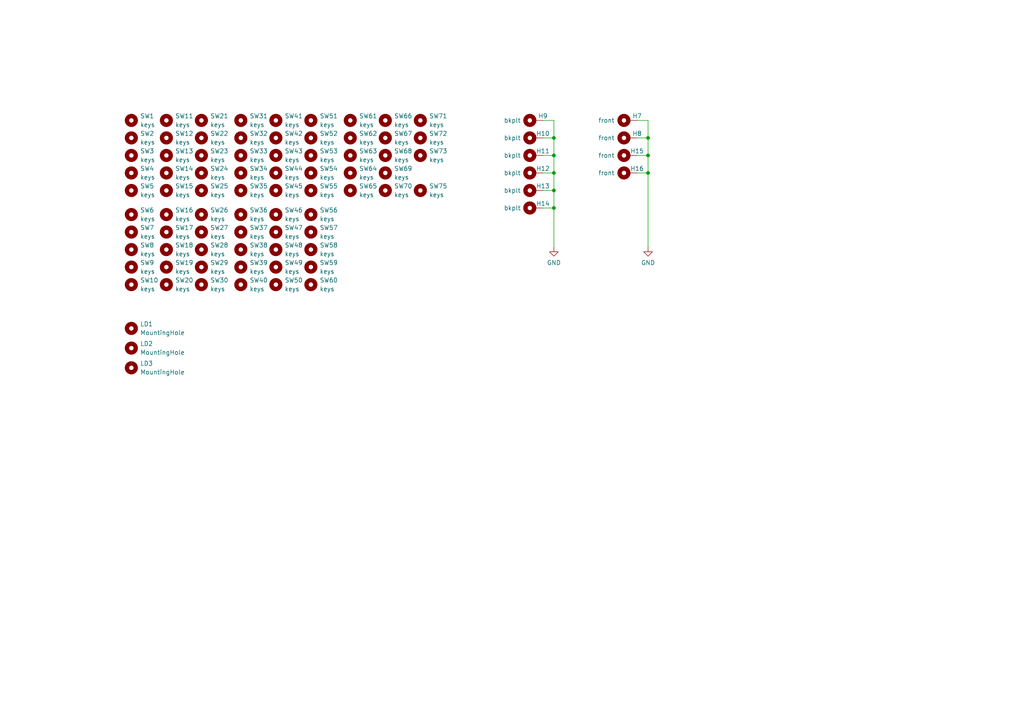
<source format=kicad_sch>
(kicad_sch (version 20211123) (generator eeschema)
  (paper "A4")
  (lib_symbols
    (symbol "Mechanical:MountingHole" (pin_names (offset 1.016))
      (property "Reference" "H" (at 0 5.08 0))
      (property "Value" "MountingHole" (at 0 3.175 0))
      (symbol "MountingHole_0_1"
        (circle (center 0 0) (radius 1.27) (stroke (width 1.27)))
      )
    )
    (symbol "Mechanical:MountingHole_Pad" (pin_numbers hide) (pin_names (offset 1.016) hide)
      (property "Reference" "H" (at 0 6.35 0))
      (property "Value" "MountingHole_Pad" (at 0 4.445 0))
      (symbol "MountingHole_Pad_0_1"
        (circle (center 0 1.27) (radius 1.27) (stroke (width 1.27)))
      )
      (symbol "MountingHole_Pad_1_1"
        (pin input line (at 0 -2.54 90) (length 2.54) (name "1") (number "1"))
      )
    )
    (symbol "power:GND" (power) (pin_names (offset 0))
      (property "Value" "GND" (at 0 -3.81 0))
      (symbol "GND_0_1"
        (polyline (pts (xy 0 0) (xy 0 -1.27) (xy 1.27 -1.27) (xy 0 -2.54) (xy -1.27 -1.27) (xy 0 -1.27)))
      )
      (symbol "GND_1_1"
        (pin power_in line (at 0 0 270) (length 0) hide (name "GND") (number "1"))
      )
    )
  )
  (junction (at 187.96 45.085))
  (junction (at 160.655 50.165))
  (junction (at 187.96 50.165))
  (junction (at 187.96 40.005))
  (junction (at 160.655 45.085))
  (junction (at 160.655 60.325))
  (junction (at 160.655 40.005))
  (junction (at 160.655 55.245))
  (wire (pts (xy 184.785 34.925) (xy 187.96 34.925)))
  (wire (pts (xy 184.785 45.085) (xy 187.96 45.085)))
  (wire (pts (xy 157.48 60.325) (xy 160.655 60.325)))
  (wire (pts (xy 187.96 40.005) (xy 187.96 45.085)))
  (wire (pts (xy 160.655 40.005) (xy 160.655 45.085)))
  (wire (pts (xy 187.96 45.085) (xy 187.96 50.165)))
  (wire (pts (xy 184.785 50.165) (xy 187.96 50.165)))
  (wire (pts (xy 160.655 34.925) (xy 160.655 40.005)))
  (wire (pts (xy 187.96 34.925) (xy 187.96 40.005)))
  (wire (pts (xy 160.655 50.165) (xy 160.655 55.245)))
  (wire (pts (xy 160.655 55.245) (xy 160.655 60.325)))
  (wire (pts (xy 157.48 50.165) (xy 160.655 50.165)))
  (wire (pts (xy 157.48 34.925) (xy 160.655 34.925)))
  (wire (pts (xy 160.655 60.325) (xy 160.655 71.755)))
  (wire (pts (xy 157.48 40.005) (xy 160.655 40.005)))
  (wire (pts (xy 157.48 55.245) (xy 160.655 55.245)))
  (wire (pts (xy 187.96 50.165) (xy 187.96 71.755)))
  (wire (pts (xy 184.785 40.005) (xy 187.96 40.005)))
  (wire (pts (xy 160.655 45.085) (xy 160.655 50.165)))
  (wire (pts (xy 157.48 45.085) (xy 160.655 45.085)))
  (symbol (lib_id "Mechanical:MountingHole") (at 80.01 67.31 0) (unit 1)
    (property "Reference" "SW47" (at 82.55 66.0399 0) (effects (justify left)))
    (property "Value" "keys" (at 82.55 68.5799 0) (effects (justify left)))
    (property "Footprint" "Holes:Cherry_MX_panel_cutout" (effects hide))
  )
  (symbol (lib_id "Mechanical:MountingHole") (at 80.01 55.245 0) (unit 1)
    (property "Reference" "SW45" (at 82.55 53.9749 0) (effects (justify left)))
    (property "Value" "keys" (at 82.55 56.5149 0) (effects (justify left)))
    (property "Footprint" "Holes:Cherry_MX_panel_cutout" (effects hide))
  )
  (symbol (lib_id "Mechanical:MountingHole") (at 111.76 34.925 0) (unit 1)
    (property "Reference" "SW66" (at 114.3 33.6549 0) (effects (justify left)))
    (property "Value" "keys" (at 114.3 36.1949 0) (effects (justify left)))
    (property "Footprint" "Holes:Cherry_MX_panel_cutout" (effects hide))
  )
  (symbol (lib_id "Mechanical:MountingHole") (at 58.42 45.085 0) (unit 1)
    (property "Reference" "SW23" (at 60.96 43.8149 0) (effects (justify left)))
    (property "Value" "keys" (at 60.96 46.3549 0) (effects (justify left)))
    (property "Footprint" "Holes:Cherry_MX_panel_cutout" (effects hide))
  )
  (symbol (lib_id "Mechanical:MountingHole") (at 38.1 50.165 0) (unit 1)
    (property "Reference" "SW4" (at 40.64 48.8949 0) (effects (justify left)))
    (property "Value" "keys" (at 40.64 51.4349 0) (effects (justify left)))
    (property "Footprint" "Holes:Cherry_MX_panel_cutout" (effects hide))
  )
  (symbol (lib_id "Mechanical:MountingHole") (at 80.01 45.085 0) (unit 1)
    (property "Reference" "SW43" (at 82.55 43.8149 0) (effects (justify left)))
    (property "Value" "keys" (at 82.55 46.3549 0) (effects (justify left)))
    (property "Footprint" "Holes:Cherry_MX_panel_cutout" (effects hide))
  )
  (symbol (lib_id "Mechanical:MountingHole_Pad") (at 154.94 50.165 90) (unit 1)
    (property "Reference" "H12" (at 157.48 48.895 90))
    (property "Value" "bkplt" (at 148.59 50.165 90))
    (property "Footprint" "MountingHole:MountingHole_3.2mm_M3_DIN965_Pad" (effects hide))
  )
  (symbol (lib_id "Mechanical:MountingHole") (at 111.76 50.165 0) (unit 1)
    (property "Reference" "SW69" (at 114.3 48.8949 0) (effects (justify left)))
    (property "Value" "keys" (at 114.3 51.4349 0) (effects (justify left)))
    (property "Footprint" "Holes:Cherry_MX_panel_cutout" (effects hide))
  )
  (symbol (lib_id "Mechanical:MountingHole") (at 69.85 77.47 0) (unit 1)
    (property "Reference" "SW39" (at 72.39 76.1999 0) (effects (justify left)))
    (property "Value" "keys" (at 72.39 78.7399 0) (effects (justify left)))
    (property "Footprint" "Holes:Cherry_MX_panel_cutout" (effects hide))
  )
  (symbol (lib_id "Mechanical:MountingHole") (at 38.1 77.47 0) (unit 1)
    (property "Reference" "SW9" (at 40.64 76.1999 0) (effects (justify left)))
    (property "Value" "keys" (at 40.64 78.7399 0) (effects (justify left)))
    (property "Footprint" "Holes:Cherry_MX_panel_cutout" (effects hide))
  )
  (symbol (lib_id "Mechanical:MountingHole") (at 101.6 50.165 0) (unit 1)
    (property "Reference" "SW64" (at 104.14 48.8949 0) (effects (justify left)))
    (property "Value" "keys" (at 104.14 51.4349 0) (effects (justify left)))
    (property "Footprint" "Holes:Cherry_MX_panel_cutout" (effects hide))
  )
  (symbol (lib_id "Mechanical:MountingHole") (at 48.26 72.39 0) (unit 1)
    (property "Reference" "SW18" (at 50.8 71.1199 0) (effects (justify left)))
    (property "Value" "keys" (at 50.8 73.6599 0) (effects (justify left)))
    (property "Footprint" "Holes:Cherry_MX_panel_cutout" (effects hide))
  )
  (symbol (lib_id "Mechanical:MountingHole") (at 58.42 55.245 0) (unit 1)
    (property "Reference" "SW25" (at 60.96 53.9749 0) (effects (justify left)))
    (property "Value" "keys" (at 60.96 56.5149 0) (effects (justify left)))
    (property "Footprint" "Holes:Cherry_MX_panel_cutout" (effects hide))
  )
  (symbol (lib_id "Mechanical:MountingHole") (at 58.42 77.47 0) (unit 1)
    (property "Reference" "SW29" (at 60.96 76.1999 0) (effects (justify left)))
    (property "Value" "keys" (at 60.96 78.7399 0) (effects (justify left)))
    (property "Footprint" "Holes:Cherry_MX_panel_cutout" (effects hide))
  )
  (symbol (lib_id "Mechanical:MountingHole") (at 101.6 55.245 0) (unit 1)
    (property "Reference" "SW65" (at 104.14 53.9749 0) (effects (justify left)))
    (property "Value" "keys" (at 104.14 56.5149 0) (effects (justify left)))
    (property "Footprint" "Holes:Cherry_MX_panel_cutout" (effects hide))
  )
  (symbol (lib_id "Mechanical:MountingHole") (at 111.76 40.005 0) (unit 1)
    (property "Reference" "SW67" (at 114.3 38.7349 0) (effects (justify left)))
    (property "Value" "keys" (at 114.3 41.2749 0) (effects (justify left)))
    (property "Footprint" "Holes:Cherry_MX_panel_cutout" (effects hide))
  )
  (symbol (lib_id "Mechanical:MountingHole") (at 111.76 55.245 0) (unit 1)
    (property "Reference" "SW70" (at 114.3 53.9749 0) (effects (justify left)))
    (property "Value" "keys" (at 114.3 56.5149 0) (effects (justify left)))
    (property "Footprint" "Holes:Cherry_MX_panel_cutout" (effects hide))
  )
  (symbol (lib_id "Mechanical:MountingHole") (at 38.1 100.965 0) (unit 1)
    (property "Reference" "LD2" (at 40.64 99.6949 0) (effects (justify left)))
    (property "Value" "MountingHole" (at 40.64 102.2349 0) (effects (justify left)))
    (property "Footprint" "MountingHole:MountingHole_5.5mm" (effects hide))
  )
  (symbol (lib_id "Mechanical:MountingHole") (at 90.17 67.31 0) (unit 1)
    (property "Reference" "SW57" (at 92.71 66.0399 0) (effects (justify left)))
    (property "Value" "keys" (at 92.71 68.5799 0) (effects (justify left)))
    (property "Footprint" "Holes:Cherry_MX_panel_cutout" (effects hide))
  )
  (symbol (lib_id "Mechanical:MountingHole") (at 90.17 45.085 0) (unit 1)
    (property "Reference" "SW53" (at 92.71 43.8149 0) (effects (justify left)))
    (property "Value" "keys" (at 92.71 46.3549 0) (effects (justify left)))
    (property "Footprint" "Holes:Cherry_MX_panel_cutout" (effects hide))
  )
  (symbol (lib_id "Mechanical:MountingHole") (at 48.26 40.005 0) (unit 1)
    (property "Reference" "SW12" (at 50.8 38.7349 0) (effects (justify left)))
    (property "Value" "keys" (at 50.8 41.2749 0) (effects (justify left)))
    (property "Footprint" "Holes:Cherry_MX_panel_cutout" (effects hide))
  )
  (symbol (lib_id "Mechanical:MountingHole_Pad") (at 154.94 45.085 90) (unit 1)
    (property "Reference" "H11" (at 157.48 43.815 90))
    (property "Value" "bkplt" (at 148.59 45.085 90))
    (property "Footprint" "MountingHole:MountingHole_3.2mm_M3_DIN965_Pad" (effects hide))
  )
  (symbol (lib_id "Mechanical:MountingHole") (at 101.6 45.085 0) (unit 1)
    (property "Reference" "SW63" (at 104.14 43.8149 0) (effects (justify left)))
    (property "Value" "keys" (at 104.14 46.3549 0) (effects (justify left)))
    (property "Footprint" "Holes:Cherry_MX_panel_cutout" (effects hide))
  )
  (symbol (lib_id "Mechanical:MountingHole") (at 90.17 62.23 0) (unit 1)
    (property "Reference" "SW56" (at 92.71 60.9599 0) (effects (justify left)))
    (property "Value" "keys" (at 92.71 63.4999 0) (effects (justify left)))
    (property "Footprint" "Holes:Cherry_MX_panel_cutout" (effects hide))
  )
  (symbol (lib_id "Mechanical:MountingHole_Pad") (at 154.94 60.325 90) (unit 1)
    (property "Reference" "H14" (at 157.48 59.055 90))
    (property "Value" "bkplt" (at 148.59 60.325 90))
    (property "Footprint" "MountingHole:MountingHole_3.2mm_M3_DIN965_Pad" (effects hide))
  )
  (symbol (lib_id "Mechanical:MountingHole") (at 90.17 34.925 0) (unit 1)
    (property "Reference" "SW51" (at 92.71 33.6549 0) (effects (justify left)))
    (property "Value" "keys" (at 92.71 36.1949 0) (effects (justify left)))
    (property "Footprint" "Holes:Cherry_MX_panel_cutout" (effects hide))
  )
  (symbol (lib_id "Mechanical:MountingHole") (at 69.85 34.925 0) (unit 1)
    (property "Reference" "SW31" (at 72.39 33.6549 0) (effects (justify left)))
    (property "Value" "keys" (at 72.39 36.1949 0) (effects (justify left)))
    (property "Footprint" "Holes:Cherry_MX_panel_cutout" (effects hide))
  )
  (symbol (lib_id "Mechanical:MountingHole") (at 48.26 34.925 0) (unit 1)
    (property "Reference" "SW11" (at 50.8 33.6549 0) (effects (justify left)))
    (property "Value" "keys" (at 50.8 36.1949 0) (effects (justify left)))
    (property "Footprint" "Holes:Cherry_MX_panel_cutout" (effects hide))
  )
  (symbol (lib_id "Mechanical:MountingHole") (at 58.42 82.55 0) (unit 1)
    (property "Reference" "SW30" (at 60.96 81.2799 0) (effects (justify left)))
    (property "Value" "keys" (at 60.96 83.8199 0) (effects (justify left)))
    (property "Footprint" "Holes:Cherry_MX_panel_cutout" (effects hide))
  )
  (symbol (lib_id "Mechanical:MountingHole") (at 58.42 67.31 0) (unit 1)
    (property "Reference" "SW27" (at 60.96 66.0399 0) (effects (justify left)))
    (property "Value" "keys" (at 60.96 68.5799 0) (effects (justify left)))
    (property "Footprint" "Holes:Cherry_MX_panel_cutout" (effects hide))
  )
  (symbol (lib_id "Mechanical:MountingHole_Pad") (at 154.94 55.245 90) (unit 1)
    (property "Reference" "H13" (at 157.48 53.975 90))
    (property "Value" "bkplt" (at 148.59 55.245 90))
    (property "Footprint" "MountingHole:MountingHole_3.2mm_M3_DIN965_Pad" (effects hide))
  )
  (symbol (lib_id "Mechanical:MountingHole") (at 90.17 50.165 0) (unit 1)
    (property "Reference" "SW54" (at 92.71 48.8949 0) (effects (justify left)))
    (property "Value" "keys" (at 92.71 51.4349 0) (effects (justify left)))
    (property "Footprint" "Holes:Cherry_MX_panel_cutout" (effects hide))
  )
  (symbol (lib_id "power:GND") (at 187.96 71.755 0) (unit 1)
    (property "Reference" "#PWR0101" (effects hide))
    (property "Value" "GND" (at 187.96 76.2 0))
  )
  (symbol (lib_id "Mechanical:MountingHole") (at 80.01 50.165 0) (unit 1)
    (property "Reference" "SW44" (at 82.55 48.8949 0) (effects (justify left)))
    (property "Value" "keys" (at 82.55 51.4349 0) (effects (justify left)))
    (property "Footprint" "Holes:Cherry_MX_panel_cutout" (effects hide))
  )
  (symbol (lib_id "Mechanical:MountingHole") (at 69.85 82.55 0) (unit 1)
    (property "Reference" "SW40" (at 72.39 81.2799 0) (effects (justify left)))
    (property "Value" "keys" (at 72.39 83.8199 0) (effects (justify left)))
    (property "Footprint" "Holes:Cherry_MX_panel_cutout" (effects hide))
  )
  (symbol (lib_id "Mechanical:MountingHole") (at 58.42 34.925 0) (unit 1)
    (property "Reference" "SW21" (at 60.96 33.6549 0) (effects (justify left)))
    (property "Value" "keys" (at 60.96 36.1949 0) (effects (justify left)))
    (property "Footprint" "Holes:Cherry_MX_panel_cutout_spacebar" (effects hide))
  )
  (symbol (lib_id "Mechanical:MountingHole") (at 80.01 82.55 0) (unit 1)
    (property "Reference" "SW50" (at 82.55 81.2799 0) (effects (justify left)))
    (property "Value" "keys" (at 82.55 83.8199 0) (effects (justify left)))
    (property "Footprint" "Holes:Cherry_MX_panel_cutout" (effects hide))
  )
  (symbol (lib_id "Mechanical:MountingHole") (at 69.85 45.085 0) (unit 1)
    (property "Reference" "SW33" (at 72.39 43.8149 0) (effects (justify left)))
    (property "Value" "keys" (at 72.39 46.3549 0) (effects (justify left)))
    (property "Footprint" "Holes:Cherry_MX_panel_cutout" (effects hide))
  )
  (symbol (lib_id "Mechanical:MountingHole") (at 38.1 45.085 0) (unit 1)
    (property "Reference" "SW3" (at 40.64 43.8149 0) (effects (justify left)))
    (property "Value" "keys" (at 40.64 46.3549 0) (effects (justify left)))
    (property "Footprint" "Holes:Cherry_MX_panel_cutout" (effects hide))
  )
  (symbol (lib_id "Mechanical:MountingHole") (at 121.92 55.245 0) (unit 1)
    (property "Reference" "SW75" (at 124.46 53.9749 0) (effects (justify left)))
    (property "Value" "keys" (at 124.46 56.5149 0) (effects (justify left)))
    (property "Footprint" "Holes:Cherry_MX_panel_cutout" (effects hide))
  )
  (symbol (lib_id "Mechanical:MountingHole") (at 90.17 72.39 0) (unit 1)
    (property "Reference" "SW58" (at 92.71 71.1199 0) (effects (justify left)))
    (property "Value" "keys" (at 92.71 73.6599 0) (effects (justify left)))
    (property "Footprint" "Holes:Cherry_MX_panel_cutout" (effects hide))
  )
  (symbol (lib_id "Mechanical:MountingHole") (at 69.85 55.245 0) (unit 1)
    (property "Reference" "SW35" (at 72.39 53.9749 0) (effects (justify left)))
    (property "Value" "keys" (at 72.39 56.5149 0) (effects (justify left)))
    (property "Footprint" "Holes:Cherry_MX_panel_cutout" (effects hide))
  )
  (symbol (lib_id "Mechanical:MountingHole") (at 38.1 72.39 0) (unit 1)
    (property "Reference" "SW8" (at 40.64 71.1199 0) (effects (justify left)))
    (property "Value" "keys" (at 40.64 73.6599 0) (effects (justify left)))
    (property "Footprint" "Holes:Cherry_MX_panel_cutout" (effects hide))
  )
  (symbol (lib_id "Mechanical:MountingHole") (at 38.1 34.925 0) (unit 1)
    (property "Reference" "SW1" (at 40.64 33.6549 0) (effects (justify left)))
    (property "Value" "keys" (at 40.64 36.1949 0) (effects (justify left)))
    (property "Footprint" "Holes:Cherry_MX_panel_cutout" (effects hide))
  )
  (symbol (lib_id "Mechanical:MountingHole") (at 38.1 55.245 0) (unit 1)
    (property "Reference" "SW5" (at 40.64 53.9749 0) (effects (justify left)))
    (property "Value" "keys" (at 40.64 56.5149 0) (effects (justify left)))
    (property "Footprint" "Holes:Cherry_MX_panel_cutout" (effects hide))
  )
  (symbol (lib_id "Mechanical:MountingHole_Pad") (at 154.94 34.925 90) (unit 1)
    (property "Reference" "H9" (at 157.48 33.655 90))
    (property "Value" "bkplt" (at 148.59 34.925 90))
    (property "Footprint" "MountingHole:MountingHole_3.2mm_M3_DIN965_Pad" (effects hide))
  )
  (symbol (lib_id "Mechanical:MountingHole") (at 48.26 55.245 0) (unit 1)
    (property "Reference" "SW15" (at 50.8 53.9749 0) (effects (justify left)))
    (property "Value" "keys" (at 50.8 56.5149 0) (effects (justify left)))
    (property "Footprint" "Holes:Cherry_MX_panel_cutout" (effects hide))
  )
  (symbol (lib_id "power:GND") (at 160.655 71.755 0) (unit 1)
    (property "Reference" "#PWR0102" (effects hide))
    (property "Value" "GND" (at 160.655 76.2 0))
  )
  (symbol (lib_id "Mechanical:MountingHole") (at 90.17 55.245 0) (unit 1)
    (property "Reference" "SW55" (at 92.71 53.9749 0) (effects (justify left)))
    (property "Value" "keys" (at 92.71 56.5149 0) (effects (justify left)))
    (property "Footprint" "Holes:Cherry_MX_panel_cutout" (effects hide))
  )
  (symbol (lib_id "Mechanical:MountingHole_Pad") (at 154.94 40.005 90) (unit 1)
    (property "Reference" "H10" (at 157.48 38.735 90))
    (property "Value" "bkplt" (at 148.59 40.005 90))
    (property "Footprint" "MountingHole:MountingHole_3.2mm_M3_DIN965_Pad" (effects hide))
  )
  (symbol (lib_id "Mechanical:MountingHole") (at 38.1 82.55 0) (unit 1)
    (property "Reference" "SW10" (at 40.64 81.2799 0) (effects (justify left)))
    (property "Value" "keys" (at 40.64 83.8199 0) (effects (justify left)))
    (property "Footprint" "Holes:Cherry_MX_panel_cutout" (effects hide))
  )
  (symbol (lib_id "Mechanical:MountingHole") (at 101.6 34.925 0) (unit 1)
    (property "Reference" "SW61" (at 104.14 33.6549 0) (effects (justify left)))
    (property "Value" "keys" (at 104.14 36.1949 0) (effects (justify left)))
    (property "Footprint" "Holes:Cherry_MX_panel_cutout" (effects hide))
  )
  (symbol (lib_id "Mechanical:MountingHole") (at 80.01 77.47 0) (unit 1)
    (property "Reference" "SW49" (at 82.55 76.1999 0) (effects (justify left)))
    (property "Value" "keys" (at 82.55 78.7399 0) (effects (justify left)))
    (property "Footprint" "Holes:Cherry_MX_panel_cutout" (effects hide))
  )
  (symbol (lib_id "Mechanical:MountingHole") (at 48.26 77.47 0) (unit 1)
    (property "Reference" "SW19" (at 50.8 76.1999 0) (effects (justify left)))
    (property "Value" "keys" (at 50.8 78.7399 0) (effects (justify left)))
    (property "Footprint" "Holes:Cherry_MX_panel_cutout" (effects hide))
  )
  (symbol (lib_id "Mechanical:MountingHole_Pad") (at 182.245 34.925 90) (unit 1)
    (property "Reference" "H7" (at 184.785 33.655 90))
    (property "Value" "front" (at 175.895 34.925 90))
    (property "Footprint" "MountingHole:MountingHole_3.2mm_M3_DIN965_Pad" (effects hide))
  )
  (symbol (lib_id "Mechanical:MountingHole") (at 38.1 95.25 0) (unit 1)
    (property "Reference" "LD1" (at 40.64 93.9799 0) (effects (justify left)))
    (property "Value" "MountingHole" (at 40.64 96.5199 0) (effects (justify left)))
    (property "Footprint" "MountingHole:MountingHole_5.5mm" (effects hide))
  )
  (symbol (lib_id "Mechanical:MountingHole") (at 69.85 50.165 0) (unit 1)
    (property "Reference" "SW34" (at 72.39 48.8949 0) (effects (justify left)))
    (property "Value" "keys" (at 72.39 51.4349 0) (effects (justify left)))
    (property "Footprint" "Holes:Cherry_MX_panel_cutout" (effects hide))
  )
  (symbol (lib_id "Mechanical:MountingHole") (at 58.42 40.005 0) (unit 1)
    (property "Reference" "SW22" (at 60.96 38.7349 0) (effects (justify left)))
    (property "Value" "keys" (at 60.96 41.2749 0) (effects (justify left)))
    (property "Footprint" "Holes:Cherry_MX_panel_cutout" (effects hide))
  )
  (symbol (lib_id "Mechanical:MountingHole") (at 90.17 40.005 0) (unit 1)
    (property "Reference" "SW52" (at 92.71 38.7349 0) (effects (justify left)))
    (property "Value" "keys" (at 92.71 41.2749 0) (effects (justify left)))
    (property "Footprint" "Holes:Cherry_MX_panel_cutout" (effects hide))
  )
  (symbol (lib_id "Mechanical:MountingHole") (at 38.1 40.005 0) (unit 1)
    (property "Reference" "SW2" (at 40.64 38.7349 0) (effects (justify left)))
    (property "Value" "keys" (at 40.64 41.2749 0) (effects (justify left)))
    (property "Footprint" "Holes:Cherry_MX_panel_cutout" (effects hide))
  )
  (symbol (lib_id "Mechanical:MountingHole") (at 80.01 72.39 0) (unit 1)
    (property "Reference" "SW48" (at 82.55 71.1199 0) (effects (justify left)))
    (property "Value" "keys" (at 82.55 73.6599 0) (effects (justify left)))
    (property "Footprint" "Holes:Cherry_MX_panel_cutout" (effects hide))
  )
  (symbol (lib_id "Mechanical:MountingHole") (at 58.42 50.165 0) (unit 1)
    (property "Reference" "SW24" (at 60.96 48.8949 0) (effects (justify left)))
    (property "Value" "keys" (at 60.96 51.4349 0) (effects (justify left)))
    (property "Footprint" "Holes:Cherry_MX_panel_cutout" (effects hide))
  )
  (symbol (lib_id "Mechanical:MountingHole") (at 48.26 67.31 0) (unit 1)
    (property "Reference" "SW17" (at 50.8 66.0399 0) (effects (justify left)))
    (property "Value" "keys" (at 50.8 68.5799 0) (effects (justify left)))
    (property "Footprint" "Holes:Cherry_MX_panel_cutout" (effects hide))
  )
  (symbol (lib_id "Mechanical:MountingHole") (at 121.92 40.005 0) (unit 1)
    (property "Reference" "SW72" (at 124.46 38.7349 0) (effects (justify left)))
    (property "Value" "keys" (at 124.46 41.2749 0) (effects (justify left)))
    (property "Footprint" "Holes:Cherry_MX_panel_cutout" (effects hide))
  )
  (symbol (lib_id "Mechanical:MountingHole") (at 69.85 67.31 0) (unit 1)
    (property "Reference" "SW37" (at 72.39 66.0399 0) (effects (justify left)))
    (property "Value" "keys" (at 72.39 68.5799 0) (effects (justify left)))
    (property "Footprint" "Holes:Cherry_MX_panel_cutout" (effects hide))
  )
  (symbol (lib_id "Mechanical:MountingHole") (at 111.76 45.085 0) (unit 1)
    (property "Reference" "SW68" (at 114.3 43.8149 0) (effects (justify left)))
    (property "Value" "keys" (at 114.3 46.3549 0) (effects (justify left)))
    (property "Footprint" "Holes:Cherry_MX_panel_cutout_2u" (effects hide))
  )
  (symbol (lib_id "Mechanical:MountingHole_Pad") (at 182.245 40.005 90) (unit 1)
    (property "Reference" "H8" (at 184.785 38.735 90))
    (property "Value" "front" (at 175.895 40.005 90))
    (property "Footprint" "MountingHole:MountingHole_3.2mm_M3_DIN965_Pad" (effects hide))
  )
  (symbol (lib_id "Mechanical:MountingHole") (at 90.17 82.55 0) (unit 1)
    (property "Reference" "SW60" (at 92.71 81.2799 0) (effects (justify left)))
    (property "Value" "keys" (at 92.71 83.8199 0) (effects (justify left)))
    (property "Footprint" "Holes:Cherry_MX_panel_cutout" (effects hide))
  )
  (symbol (lib_id "Mechanical:MountingHole") (at 101.6 40.005 0) (unit 1)
    (property "Reference" "SW62" (at 104.14 38.7349 0) (effects (justify left)))
    (property "Value" "keys" (at 104.14 41.2749 0) (effects (justify left)))
    (property "Footprint" "Holes:Cherry_MX_panel_cutout" (effects hide))
  )
  (symbol (lib_id "Mechanical:MountingHole_Pad") (at 182.245 50.165 90) (unit 1)
    (property "Reference" "H16" (at 184.785 48.895 90))
    (property "Value" "front" (at 175.895 50.165 90))
    (property "Footprint" "MountingHole:MountingHole_3.2mm_M3_DIN965_Pad" (effects hide))
  )
  (symbol (lib_id "Mechanical:MountingHole") (at 48.26 45.085 0) (unit 1)
    (property "Reference" "SW13" (at 50.8 43.8149 0) (effects (justify left)))
    (property "Value" "keys" (at 50.8 46.3549 0) (effects (justify left)))
    (property "Footprint" "Holes:Cherry_MX_panel_cutout" (effects hide))
  )
  (symbol (lib_id "Mechanical:MountingHole") (at 69.85 72.39 0) (unit 1)
    (property "Reference" "SW38" (at 72.39 71.1199 0) (effects (justify left)))
    (property "Value" "keys" (at 72.39 73.6599 0) (effects (justify left)))
    (property "Footprint" "Holes:Cherry_MX_panel_cutout" (effects hide))
  )
  (symbol (lib_id "Mechanical:MountingHole") (at 58.42 62.23 0) (unit 1)
    (property "Reference" "SW26" (at 60.96 60.9599 0) (effects (justify left)))
    (property "Value" "keys" (at 60.96 63.4999 0) (effects (justify left)))
    (property "Footprint" "Holes:Cherry_MX_panel_cutout" (effects hide))
  )
  (symbol (lib_id "Mechanical:MountingHole") (at 48.26 62.23 0) (unit 1)
    (property "Reference" "SW16" (at 50.8 60.9599 0) (effects (justify left)))
    (property "Value" "keys" (at 50.8 63.4999 0) (effects (justify left)))
    (property "Footprint" "Holes:Cherry_MX_panel_cutout" (effects hide))
  )
  (symbol (lib_id "Mechanical:MountingHole") (at 38.1 67.31 0) (unit 1)
    (property "Reference" "SW7" (at 40.64 66.0399 0) (effects (justify left)))
    (property "Value" "keys" (at 40.64 68.5799 0) (effects (justify left)))
    (property "Footprint" "Holes:Cherry_MX_panel_cutout" (effects hide))
  )
  (symbol (lib_id "Mechanical:MountingHole") (at 80.01 34.925 0) (unit 1)
    (property "Reference" "SW41" (at 82.55 33.6549 0) (effects (justify left)))
    (property "Value" "keys" (at 82.55 36.1949 0) (effects (justify left)))
    (property "Footprint" "Holes:Cherry_MX_panel_cutout" (effects hide))
  )
  (symbol (lib_id "Mechanical:MountingHole") (at 80.01 40.005 0) (unit 1)
    (property "Reference" "SW42" (at 82.55 38.7349 0) (effects (justify left)))
    (property "Value" "keys" (at 82.55 41.2749 0) (effects (justify left)))
    (property "Footprint" "Holes:Cherry_MX_panel_cutout" (effects hide))
  )
  (symbol (lib_id "Mechanical:MountingHole") (at 69.85 40.005 0) (unit 1)
    (property "Reference" "SW32" (at 72.39 38.7349 0) (effects (justify left)))
    (property "Value" "keys" (at 72.39 41.2749 0) (effects (justify left)))
    (property "Footprint" "Holes:Cherry_MX_panel_cutout" (effects hide))
  )
  (symbol (lib_id "Mechanical:MountingHole") (at 48.26 50.165 0) (unit 1)
    (property "Reference" "SW14" (at 50.8 48.8949 0) (effects (justify left)))
    (property "Value" "keys" (at 50.8 51.4349 0) (effects (justify left)))
    (property "Footprint" "Holes:Cherry_MX_panel_cutout" (effects hide))
  )
  (symbol (lib_id "Mechanical:MountingHole") (at 121.92 45.085 0) (unit 1)
    (property "Reference" "SW73" (at 124.46 43.8149 0) (effects (justify left)))
    (property "Value" "keys" (at 124.46 46.3549 0) (effects (justify left)))
    (property "Footprint" "Holes:Cherry_MX_panel_cutout" (effects hide))
  )
  (symbol (lib_id "Mechanical:MountingHole") (at 38.1 106.68 0) (unit 1)
    (property "Reference" "LD3" (at 40.64 105.4099 0) (effects (justify left)))
    (property "Value" "MountingHole" (at 40.64 107.9499 0) (effects (justify left)))
    (property "Footprint" "MountingHole:MountingHole_5.5mm" (effects hide))
  )
  (symbol (lib_id "Mechanical:MountingHole") (at 48.26 82.55 0) (unit 1)
    (property "Reference" "SW20" (at 50.8 81.2799 0) (effects (justify left)))
    (property "Value" "keys" (at 50.8 83.8199 0) (effects (justify left)))
    (property "Footprint" "Holes:Cherry_MX_panel_cutout" (effects hide))
  )
  (symbol (lib_id "Mechanical:MountingHole") (at 38.1 62.23 0) (unit 1)
    (property "Reference" "SW6" (at 40.64 60.9599 0) (effects (justify left)))
    (property "Value" "keys" (at 40.64 63.4999 0) (effects (justify left)))
    (property "Footprint" "Holes:Cherry_MX_panel_cutout" (effects hide))
  )
  (symbol (lib_id "Mechanical:MountingHole") (at 69.85 62.23 0) (unit 1)
    (property "Reference" "SW36" (at 72.39 60.9599 0) (effects (justify left)))
    (property "Value" "keys" (at 72.39 63.4999 0) (effects (justify left)))
    (property "Footprint" "Holes:Cherry_MX_panel_cutout" (effects hide))
  )
  (symbol (lib_id "Mechanical:MountingHole_Pad") (at 182.245 45.085 90) (unit 1)
    (property "Reference" "H15" (at 184.785 43.815 90))
    (property "Value" "front" (at 175.895 45.085 90))
    (property "Footprint" "MountingHole:MountingHole_3.2mm_M3_DIN965_Pad" (effects hide))
  )
  (symbol (lib_id "Mechanical:MountingHole") (at 90.17 77.47 0) (unit 1)
    (property "Reference" "SW59" (at 92.71 76.1999 0) (effects (justify left)))
    (property "Value" "keys" (at 92.71 78.7399 0) (effects (justify left)))
    (property "Footprint" "Holes:Cherry_MX_panel_cutout" (effects hide))
  )
  (symbol (lib_id "Mechanical:MountingHole") (at 58.42 72.39 0) (unit 1)
    (property "Reference" "SW28" (at 60.96 71.1199 0) (effects (justify left)))
    (property "Value" "keys" (at 60.96 73.6599 0) (effects (justify left)))
    (property "Footprint" "Holes:Cherry_MX_panel_cutout" (effects hide))
  )
  (symbol (lib_id "Mechanical:MountingHole") (at 80.01 62.23 0) (unit 1)
    (property "Reference" "SW46" (at 82.55 60.9599 0) (effects (justify left)))
    (property "Value" "keys" (at 82.55 63.4999 0) (effects (justify left)))
    (property "Footprint" "Holes:Cherry_MX_panel_cutout" (effects hide))
  )
  (symbol (lib_id "Mechanical:MountingHole") (at 121.92 34.925 0) (unit 1)
    (property "Reference" "SW71" (at 124.46 33.6549 0) (effects (justify left)))
    (property "Value" "keys" (at 124.46 36.1949 0) (effects (justify left)))
    (property "Footprint" "Holes:Cherry_MX_panel_cutout" (effects hide))
  )
)
</source>
